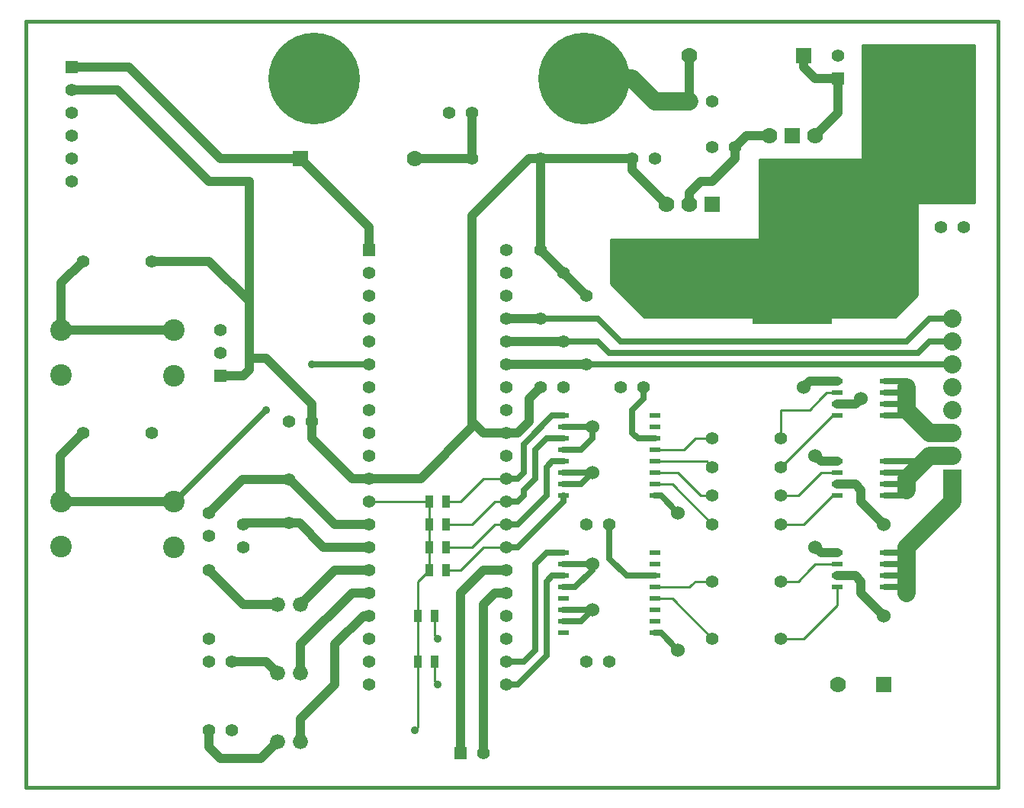
<source format=gtl>
G04 (created by PCBNEW-RS274X (2010-03-14)-final) date Sun 26 Sep 2010 04:53:47 PM PDT*
G01*
G70*
G90*
%MOIN*%
G04 Gerber Fmt 3.4, Leading zero omitted, Abs format*
%FSLAX34Y34*%
G04 APERTURE LIST*
%ADD10C,0.006000*%
%ADD11C,0.015000*%
%ADD12C,0.400000*%
%ADD13C,0.055000*%
%ADD14R,0.055000X0.055000*%
%ADD15C,0.070000*%
%ADD16R,0.070000X0.070000*%
%ADD17R,0.045000X0.020000*%
%ADD18R,0.350000X0.350000*%
%ADD19C,0.066000*%
%ADD20R,0.080000X0.080000*%
%ADD21C,0.080000*%
%ADD22R,0.035000X0.055000*%
%ADD23C,0.094500*%
%ADD24C,0.035000*%
%ADD25C,0.060000*%
%ADD26C,0.040000*%
%ADD27C,0.025000*%
%ADD28C,0.010000*%
%ADD29C,0.008000*%
%ADD30C,0.080000*%
G04 APERTURE END LIST*
G54D10*
G54D11*
X21000Y-28000D02*
X27500Y-28000D01*
X21000Y-61500D02*
X21000Y-28000D01*
X27500Y-61500D02*
X21000Y-61500D01*
X63500Y-61500D02*
X27500Y-61500D01*
X63500Y-28000D02*
X63500Y-61500D01*
X27500Y-28000D02*
X63500Y-28000D01*
X21000Y-61500D02*
X21000Y-28000D01*
G54D12*
X45400Y-30500D03*
X33600Y-30500D03*
G54D13*
X29000Y-49500D03*
X29000Y-50500D03*
X30500Y-50000D03*
X30500Y-51000D03*
X33500Y-45500D03*
X32500Y-45500D03*
X61000Y-37000D03*
X62000Y-37000D03*
X52000Y-33500D03*
X51000Y-33500D03*
X46500Y-50000D03*
X45500Y-50000D03*
X43500Y-44000D03*
X44500Y-44000D03*
X47500Y-34000D03*
X48500Y-34000D03*
X48000Y-44000D03*
X47000Y-44000D03*
X46500Y-56000D03*
X45500Y-56000D03*
G54D14*
X56500Y-30500D03*
G54D13*
X56500Y-29500D03*
G54D14*
X50000Y-31500D03*
G54D13*
X51000Y-31500D03*
G54D15*
X38000Y-34000D03*
G54D16*
X33000Y-34000D03*
G54D15*
X50000Y-29500D03*
G54D16*
X55000Y-29500D03*
G54D14*
X36000Y-38000D03*
G54D13*
X36000Y-39000D03*
X36000Y-40000D03*
X36000Y-41000D03*
X36000Y-42000D03*
X36000Y-43000D03*
X36000Y-44000D03*
X36000Y-45000D03*
X36000Y-46000D03*
X36000Y-47000D03*
X36000Y-48000D03*
X36000Y-49000D03*
X36000Y-50000D03*
X36000Y-51000D03*
X36000Y-52000D03*
X36000Y-53000D03*
X36000Y-54000D03*
X36000Y-55000D03*
X36000Y-56000D03*
X36000Y-57000D03*
X42000Y-57000D03*
X42000Y-56000D03*
X42000Y-55000D03*
X42000Y-54000D03*
X42000Y-53000D03*
X42000Y-52000D03*
X42000Y-51000D03*
X42000Y-50000D03*
X42000Y-49000D03*
X42000Y-48000D03*
X42000Y-47000D03*
X42000Y-46000D03*
X42000Y-45000D03*
X42000Y-44000D03*
X42000Y-43000D03*
X42000Y-42000D03*
X42000Y-41000D03*
X42000Y-40000D03*
X42000Y-39000D03*
X42000Y-38000D03*
X32500Y-48035D03*
X32500Y-49965D03*
X54000Y-52500D03*
X51000Y-52500D03*
X43500Y-34000D03*
X40500Y-34000D03*
X54000Y-46250D03*
X51000Y-46250D03*
X54000Y-47500D03*
X51000Y-47500D03*
X54000Y-48750D03*
X51000Y-48750D03*
X54000Y-50000D03*
X51000Y-50000D03*
X54000Y-55000D03*
X51000Y-55000D03*
G54D14*
X40000Y-60000D03*
G54D13*
X41000Y-60000D03*
G54D14*
X23000Y-30000D03*
G54D13*
X23000Y-31000D03*
X23000Y-32000D03*
X23000Y-33000D03*
X23000Y-34000D03*
X23000Y-35000D03*
G54D17*
X44500Y-45250D03*
X44500Y-45750D03*
X44500Y-46250D03*
X44500Y-46750D03*
X44500Y-47250D03*
X44500Y-47750D03*
X44500Y-48250D03*
X44500Y-48750D03*
X48500Y-48750D03*
X48500Y-48250D03*
X48500Y-47750D03*
X48500Y-47250D03*
X48500Y-46750D03*
X48500Y-46250D03*
X48500Y-45750D03*
X48500Y-45250D03*
X44500Y-51250D03*
X44500Y-51750D03*
X44500Y-52250D03*
X44500Y-52750D03*
X44500Y-53250D03*
X44500Y-53750D03*
X44500Y-54250D03*
X44500Y-54750D03*
X48500Y-54750D03*
X48500Y-54250D03*
X48500Y-53750D03*
X48500Y-53250D03*
X48500Y-52750D03*
X48500Y-52250D03*
X48500Y-51750D03*
X48500Y-51250D03*
X58550Y-43750D03*
X56450Y-43750D03*
X58550Y-44250D03*
X58550Y-44750D03*
X58550Y-45250D03*
X56450Y-44250D03*
X56450Y-44750D03*
X56450Y-45250D03*
X58550Y-47250D03*
X56450Y-47250D03*
X58550Y-47750D03*
X58550Y-48250D03*
X58550Y-48750D03*
X56450Y-47750D03*
X56450Y-48250D03*
X56450Y-48750D03*
X58550Y-51250D03*
X56450Y-51250D03*
X58550Y-51750D03*
X58550Y-52250D03*
X58550Y-52750D03*
X56450Y-51750D03*
X56450Y-52250D03*
X56450Y-52750D03*
G54D15*
X49000Y-36000D03*
X50000Y-36000D03*
G54D16*
X51000Y-36000D03*
G54D18*
X54500Y-39500D03*
G54D15*
X55500Y-33000D03*
G54D16*
X54500Y-33000D03*
G54D15*
X53500Y-33000D03*
G54D13*
X40500Y-32000D03*
X39500Y-32000D03*
G54D19*
X33000Y-56500D03*
X32000Y-56500D03*
X33000Y-53500D03*
X32000Y-53500D03*
X33000Y-59500D03*
X32000Y-59500D03*
G54D13*
X29000Y-56000D03*
X29000Y-59000D03*
X30000Y-59000D03*
X30000Y-56000D03*
X29000Y-55000D03*
X29000Y-52000D03*
G54D14*
X29500Y-43500D03*
G54D13*
X29500Y-42500D03*
X29500Y-41500D03*
G54D16*
X58500Y-57000D03*
G54D15*
X56500Y-57000D03*
G54D13*
X44500Y-42000D03*
X44500Y-39000D03*
X45500Y-43000D03*
X45500Y-40000D03*
X43500Y-41000D03*
X43500Y-38000D03*
G54D20*
X61500Y-48000D03*
G54D21*
X61500Y-47000D03*
X61500Y-46000D03*
X61500Y-45000D03*
X61500Y-44000D03*
X61500Y-43000D03*
X61500Y-42000D03*
X61500Y-41000D03*
G54D22*
X38625Y-52000D03*
X39375Y-52000D03*
X38625Y-51000D03*
X39375Y-51000D03*
X38875Y-54000D03*
X38125Y-54000D03*
X38625Y-50000D03*
X39375Y-50000D03*
X38875Y-56000D03*
X38125Y-56000D03*
X38625Y-49000D03*
X39375Y-49000D03*
G54D13*
X26500Y-46000D03*
X23500Y-46000D03*
X26500Y-38500D03*
X23500Y-38500D03*
G54D23*
X22539Y-50984D03*
X22539Y-49016D03*
X27461Y-49016D03*
X27461Y-51000D03*
X22539Y-43484D03*
X22539Y-41516D03*
X27461Y-41516D03*
X27461Y-43500D03*
G54D24*
X38000Y-59000D03*
G54D25*
X55500Y-47000D03*
X45750Y-45750D03*
X45750Y-47750D03*
X45750Y-51750D03*
X45750Y-53750D03*
X49500Y-55500D03*
X49500Y-49500D03*
X55000Y-44000D03*
X55500Y-51000D03*
G54D24*
X33500Y-43000D03*
X31500Y-45000D03*
X39000Y-55000D03*
X39000Y-57000D03*
G54D25*
X58500Y-54000D03*
X58500Y-50000D03*
X57500Y-44500D03*
G54D26*
X26500Y-38500D02*
X29000Y-38500D01*
X29000Y-38500D02*
X30750Y-40250D01*
X29500Y-35000D02*
X29000Y-35000D01*
X29000Y-35000D02*
X25000Y-31000D01*
X25000Y-31000D02*
X23000Y-31000D01*
X29500Y-35000D02*
X30750Y-35000D01*
X30750Y-39750D02*
X30750Y-35000D01*
X30750Y-42750D02*
X30750Y-40250D01*
X30750Y-40250D02*
X30750Y-39750D01*
X47500Y-34000D02*
X47500Y-34500D01*
X47500Y-34500D02*
X49000Y-36000D01*
X33500Y-45500D02*
X33500Y-44750D01*
X31500Y-42750D02*
X30750Y-42750D01*
X33500Y-44750D02*
X31500Y-42750D01*
X30500Y-43500D02*
X29500Y-43500D01*
X30750Y-42750D02*
X30750Y-43250D01*
X30750Y-43250D02*
X30500Y-43500D01*
X33500Y-45500D02*
X33500Y-46250D01*
X35250Y-48000D02*
X36000Y-48000D01*
X33500Y-46250D02*
X35250Y-48000D01*
X40500Y-45500D02*
X40500Y-45750D01*
X38250Y-48000D02*
X36000Y-48000D01*
X40500Y-45750D02*
X38250Y-48000D01*
X41000Y-46000D02*
X42000Y-46000D01*
X43500Y-34000D02*
X47500Y-34000D01*
X43000Y-34000D02*
X40500Y-36500D01*
X40500Y-36500D02*
X40500Y-45500D01*
X40500Y-45500D02*
X41000Y-46000D01*
X43500Y-34000D02*
X43000Y-34000D01*
X42500Y-46000D02*
X43000Y-45500D01*
X43000Y-45500D02*
X43000Y-44500D01*
X43000Y-44500D02*
X43500Y-44000D01*
X42000Y-46000D02*
X42500Y-46000D01*
X44500Y-39000D02*
X45500Y-40000D01*
X43500Y-34000D02*
X43500Y-38000D01*
X43500Y-38000D02*
X44500Y-39000D01*
X52000Y-33500D02*
X52000Y-34000D01*
X50000Y-35500D02*
X50000Y-36000D01*
X50500Y-35000D02*
X50000Y-35500D01*
X51000Y-35000D02*
X50500Y-35000D01*
X52000Y-34000D02*
X51000Y-35000D01*
X52500Y-33000D02*
X52000Y-33500D01*
X53500Y-33000D02*
X52500Y-33000D01*
X40000Y-53000D02*
X40000Y-60000D01*
X41000Y-52000D02*
X40000Y-53000D01*
X42000Y-52000D02*
X41000Y-52000D01*
X41000Y-60000D02*
X41000Y-53500D01*
X41500Y-53000D02*
X42000Y-53000D01*
X41000Y-53500D02*
X41500Y-53000D01*
X29500Y-34000D02*
X25500Y-30000D01*
X33000Y-34000D02*
X29500Y-34000D01*
X25500Y-30000D02*
X23000Y-30000D01*
X36000Y-37000D02*
X36000Y-38000D01*
X33000Y-34000D02*
X36000Y-37000D01*
G54D27*
X61500Y-41000D02*
X60500Y-41000D01*
X60500Y-41000D02*
X59500Y-42000D01*
X59500Y-42000D02*
X47000Y-42000D01*
X47000Y-42000D02*
X46000Y-41000D01*
X46000Y-41000D02*
X43500Y-41000D01*
G54D26*
X42000Y-41000D02*
X43500Y-41000D01*
G54D27*
X61500Y-42000D02*
X60500Y-42000D01*
X60500Y-42000D02*
X60000Y-42500D01*
X60000Y-42500D02*
X46500Y-42500D01*
X46500Y-42500D02*
X46000Y-42000D01*
X46000Y-42000D02*
X44500Y-42000D01*
G54D26*
X42000Y-42000D02*
X44500Y-42000D01*
X42000Y-43000D02*
X45500Y-43000D01*
G54D27*
X61500Y-43000D02*
X45500Y-43000D01*
G54D28*
X38125Y-56000D02*
X38125Y-58875D01*
X38125Y-58875D02*
X38000Y-59000D01*
X36000Y-49000D02*
X38625Y-49000D01*
X38625Y-49000D02*
X38625Y-50000D01*
X38625Y-50000D02*
X38625Y-51000D01*
X38625Y-51000D02*
X38625Y-52000D01*
X38625Y-52000D02*
X38125Y-52500D01*
X38125Y-52500D02*
X38125Y-54000D01*
X38125Y-54000D02*
X38125Y-56000D01*
G54D26*
X56450Y-47250D02*
X55750Y-47250D01*
X55750Y-51250D02*
X55500Y-51000D01*
X56450Y-51250D02*
X55750Y-51250D01*
X55750Y-47250D02*
X55500Y-47000D01*
X55250Y-43750D02*
X55000Y-44000D01*
G54D27*
X44500Y-54250D02*
X45250Y-54250D01*
X45250Y-54250D02*
X45750Y-53750D01*
X44500Y-47750D02*
X45750Y-47750D01*
X44500Y-45750D02*
X45750Y-45750D01*
X44500Y-46750D02*
X45250Y-46750D01*
X45750Y-46250D02*
X45750Y-45750D01*
X45250Y-46750D02*
X45750Y-46250D01*
X45250Y-48250D02*
X45750Y-47750D01*
X45250Y-48250D02*
X44500Y-48250D01*
X44500Y-52750D02*
X45000Y-52750D01*
X45750Y-51750D02*
X44500Y-51750D01*
X45750Y-52000D02*
X45750Y-51750D01*
X45000Y-52750D02*
X45750Y-52000D01*
X45750Y-53750D02*
X44500Y-53750D01*
X48500Y-54750D02*
X48750Y-54750D01*
X48750Y-54750D02*
X49500Y-55500D01*
X48500Y-48750D02*
X48750Y-48750D01*
X48750Y-48750D02*
X49500Y-49500D01*
G54D26*
X56450Y-43750D02*
X55250Y-43750D01*
X56500Y-32000D02*
X55500Y-33000D01*
X55000Y-29500D02*
X55000Y-30000D01*
X55500Y-30500D02*
X56500Y-30500D01*
X56500Y-30500D02*
X56500Y-32000D01*
X55000Y-30000D02*
X55500Y-30500D01*
X40500Y-32000D02*
X40500Y-34000D01*
X38000Y-34000D02*
X40500Y-34000D01*
G54D28*
X48500Y-46750D02*
X49750Y-46750D01*
X49750Y-46750D02*
X50250Y-46250D01*
X50250Y-46250D02*
X51000Y-46250D01*
G54D29*
X50250Y-46250D02*
X51000Y-46250D01*
X49750Y-46750D02*
X50250Y-46250D01*
G54D28*
X56000Y-44250D02*
X56450Y-44250D01*
G54D29*
X56450Y-44250D02*
X56000Y-44250D01*
X56000Y-44250D02*
X55250Y-45000D01*
G54D28*
X54000Y-45000D02*
X55250Y-45000D01*
X55250Y-45000D02*
X56000Y-44250D01*
X54000Y-46250D02*
X54000Y-45000D01*
X48500Y-47250D02*
X50750Y-47250D01*
X50750Y-47250D02*
X51000Y-47500D01*
G54D29*
X50750Y-47250D02*
X51000Y-47500D01*
G54D28*
X48500Y-47750D02*
X49500Y-47750D01*
X49500Y-47750D02*
X50500Y-48750D01*
X50500Y-48750D02*
X51000Y-48750D01*
G54D29*
X49500Y-47750D02*
X50500Y-48750D01*
X50500Y-48750D02*
X51000Y-48750D01*
G54D28*
X48500Y-48250D02*
X49250Y-48250D01*
X49250Y-48250D02*
X51000Y-50000D01*
G54D29*
X49250Y-48250D02*
X51000Y-50000D01*
G54D28*
X56450Y-48750D02*
X56250Y-48750D01*
X56250Y-48750D02*
X55000Y-50000D01*
X55000Y-50000D02*
X54000Y-50000D01*
G54D29*
X55000Y-50000D02*
X54000Y-50000D01*
X56250Y-48750D02*
X55000Y-50000D01*
G54D28*
X51000Y-52500D02*
X50250Y-52500D01*
X50250Y-52500D02*
X50000Y-52750D01*
X50000Y-52750D02*
X48500Y-52750D01*
G54D29*
X50000Y-52750D02*
X50250Y-52500D01*
X48500Y-52750D02*
X50000Y-52750D01*
G54D28*
X48500Y-53250D02*
X49250Y-53250D01*
X49250Y-53250D02*
X51000Y-55000D01*
G54D29*
X49250Y-53250D02*
X51000Y-55000D01*
G54D28*
X54000Y-55000D02*
X55000Y-55000D01*
X55000Y-55000D02*
X56450Y-53550D01*
X56450Y-53550D02*
X56450Y-52750D01*
G54D29*
X56450Y-52750D02*
X56450Y-53550D01*
X56450Y-53550D02*
X55000Y-55000D01*
G54D27*
X27461Y-49016D02*
X27484Y-49016D01*
X33500Y-43000D02*
X36000Y-43000D01*
X27484Y-49016D02*
X31500Y-45000D01*
G54D26*
X27461Y-49016D02*
X22539Y-49016D01*
X22539Y-49016D02*
X22500Y-48977D01*
X22500Y-48977D02*
X22500Y-47000D01*
X22500Y-47000D02*
X23500Y-46000D01*
X32500Y-48035D02*
X30465Y-48035D01*
X30465Y-48035D02*
X29000Y-49500D01*
X32535Y-48035D02*
X34500Y-50000D01*
X34500Y-50000D02*
X36000Y-50000D01*
X32500Y-48035D02*
X32535Y-48035D01*
G54D28*
X42000Y-50000D02*
X41500Y-50000D01*
X40500Y-51000D02*
X39375Y-51000D01*
X41500Y-50000D02*
X40500Y-51000D01*
G54D27*
X43750Y-47500D02*
X43750Y-48750D01*
X42500Y-50000D02*
X42000Y-50000D01*
X43750Y-48750D02*
X42500Y-50000D01*
X44500Y-47250D02*
X44000Y-47250D01*
X44000Y-47250D02*
X43750Y-47500D01*
G54D26*
X35250Y-53000D02*
X36000Y-53000D01*
X33000Y-56500D02*
X33000Y-55250D01*
X33000Y-55250D02*
X35250Y-53000D01*
X32500Y-49965D02*
X30535Y-49965D01*
X30535Y-49965D02*
X30500Y-50000D01*
X32965Y-49965D02*
X34000Y-51000D01*
X34000Y-51000D02*
X36000Y-51000D01*
X32500Y-49965D02*
X32965Y-49965D01*
G54D28*
X39375Y-49000D02*
X40000Y-49000D01*
X41000Y-48000D02*
X42000Y-48000D01*
X40000Y-49000D02*
X41000Y-48000D01*
G54D27*
X44500Y-45250D02*
X44000Y-45250D01*
X42750Y-47750D02*
X42500Y-48000D01*
X42750Y-46500D02*
X42750Y-47750D01*
X44000Y-45250D02*
X42750Y-46500D01*
X42500Y-48000D02*
X42000Y-48000D01*
G54D28*
X54000Y-47500D02*
X56250Y-45250D01*
X56250Y-45250D02*
X56450Y-45250D01*
G54D29*
X56250Y-45250D02*
X56450Y-45250D01*
G54D30*
X59500Y-51500D02*
X59500Y-51000D01*
X61500Y-49000D02*
X61500Y-48000D01*
X59500Y-51000D02*
X61500Y-49000D01*
G54D27*
X58550Y-52750D02*
X59500Y-52750D01*
X58550Y-51750D02*
X59500Y-51750D01*
G54D30*
X59500Y-51500D02*
X59500Y-52000D01*
G54D27*
X58550Y-52250D02*
X59250Y-52250D01*
G54D30*
X59500Y-53000D02*
X59500Y-52000D01*
G54D27*
X59750Y-51250D02*
X59500Y-51500D01*
X58550Y-51250D02*
X59750Y-51250D01*
X59250Y-52250D02*
X59500Y-52000D01*
X59500Y-51750D02*
X59500Y-52000D01*
X59500Y-52750D02*
X59500Y-53000D01*
X58550Y-44750D02*
X59500Y-44750D01*
X59500Y-44750D02*
X59500Y-45000D01*
X58550Y-44250D02*
X59500Y-44250D01*
X58550Y-45250D02*
X59250Y-45250D01*
X59500Y-44250D02*
X59500Y-44000D01*
X58550Y-43750D02*
X59500Y-43750D01*
X59500Y-43750D02*
X59500Y-44000D01*
G54D30*
X59500Y-45000D02*
X59500Y-44000D01*
G54D27*
X59250Y-45250D02*
X59500Y-45000D01*
G54D30*
X61500Y-46000D02*
X60500Y-46000D01*
X60500Y-46000D02*
X59500Y-45000D01*
G54D26*
X34500Y-52000D02*
X36000Y-52000D01*
X33000Y-53500D02*
X34500Y-52000D01*
G54D27*
X58550Y-47250D02*
X60250Y-47250D01*
X60250Y-47250D02*
X60000Y-47500D01*
X58550Y-48750D02*
X59250Y-48750D01*
X59500Y-48250D02*
X59500Y-48500D01*
X58550Y-47750D02*
X59500Y-47750D01*
X58550Y-48250D02*
X59500Y-48250D01*
X59250Y-48750D02*
X59500Y-48500D01*
X59500Y-47750D02*
X59500Y-48000D01*
G54D30*
X59500Y-48000D02*
X59500Y-48500D01*
X61500Y-47000D02*
X60500Y-47000D01*
X60500Y-47000D02*
X60000Y-47500D01*
X60000Y-47500D02*
X59500Y-48000D01*
G54D28*
X54000Y-52500D02*
X54750Y-52500D01*
X54750Y-52500D02*
X55500Y-51750D01*
X55500Y-51750D02*
X56450Y-51750D01*
X54750Y-52500D02*
X55500Y-51750D01*
X55500Y-51750D02*
X56450Y-51750D01*
G54D29*
X56450Y-51750D02*
X55500Y-51750D01*
X55500Y-51750D02*
X54750Y-52500D01*
G54D28*
X54000Y-48750D02*
X54750Y-48750D01*
X54750Y-48750D02*
X55750Y-47750D01*
X55750Y-47750D02*
X56450Y-47750D01*
G54D29*
X55750Y-47750D02*
X54750Y-48750D01*
X56450Y-47750D02*
X55750Y-47750D01*
G54D26*
X31250Y-60250D02*
X32000Y-59500D01*
X29000Y-59000D02*
X29000Y-59750D01*
X29000Y-59750D02*
X29500Y-60250D01*
X29500Y-60250D02*
X31250Y-60250D01*
X35750Y-54000D02*
X36000Y-54000D01*
X33000Y-59500D02*
X33000Y-58500D01*
X33000Y-58500D02*
X34500Y-57000D01*
X34500Y-55250D02*
X35750Y-54000D01*
X34500Y-57000D02*
X34500Y-55250D01*
X30000Y-56000D02*
X31500Y-56000D01*
X31500Y-56000D02*
X32000Y-56500D01*
X30500Y-53500D02*
X29000Y-52000D01*
X32000Y-53500D02*
X30500Y-53500D01*
X22539Y-41516D02*
X27461Y-41516D01*
X22539Y-41516D02*
X22539Y-39461D01*
X22539Y-39461D02*
X23500Y-38500D01*
G54D28*
X39375Y-52000D02*
X40000Y-52000D01*
X41000Y-51000D02*
X42000Y-51000D01*
X40000Y-52000D02*
X41000Y-51000D01*
G54D27*
X42500Y-51000D02*
X42000Y-51000D01*
X44500Y-49000D02*
X42500Y-51000D01*
X44500Y-48750D02*
X44500Y-49000D01*
G54D28*
X42000Y-49000D02*
X41500Y-49000D01*
X40500Y-50000D02*
X39375Y-50000D01*
X41500Y-49000D02*
X40500Y-50000D01*
G54D27*
X42750Y-48750D02*
X42500Y-49000D01*
X42500Y-49000D02*
X42000Y-49000D01*
X44500Y-46250D02*
X43750Y-46250D01*
X43250Y-46750D02*
X43250Y-48000D01*
X43750Y-46250D02*
X43250Y-46750D01*
X42750Y-48500D02*
X42750Y-48750D01*
X43250Y-48000D02*
X42750Y-48500D01*
G54D28*
X38875Y-54875D02*
X38875Y-54000D01*
X39000Y-55000D02*
X38875Y-54875D01*
G54D27*
X44500Y-51250D02*
X43750Y-51250D01*
X43750Y-51250D02*
X43250Y-51750D01*
X43250Y-51750D02*
X43250Y-55500D01*
X42750Y-56000D02*
X42000Y-56000D01*
X43250Y-55500D02*
X42750Y-56000D01*
G54D28*
X38875Y-56875D02*
X38875Y-56000D01*
X39000Y-57000D02*
X38875Y-56875D01*
G54D27*
X43750Y-55750D02*
X42500Y-57000D01*
X43750Y-52500D02*
X43750Y-55750D01*
X44000Y-52250D02*
X43750Y-52500D01*
X42500Y-57000D02*
X42000Y-57000D01*
X44500Y-52250D02*
X44000Y-52250D01*
X48500Y-52250D02*
X47250Y-52250D01*
X46500Y-51500D02*
X46500Y-50000D01*
X47250Y-52250D02*
X46500Y-51500D01*
X48500Y-46250D02*
X47750Y-46250D01*
X48000Y-44500D02*
X47500Y-45000D01*
X47500Y-45000D02*
X47500Y-46000D01*
X48000Y-44500D02*
X48000Y-44000D01*
X47750Y-46250D02*
X47500Y-46000D01*
G54D26*
X56450Y-52250D02*
X57250Y-52250D01*
X57500Y-53000D02*
X58500Y-54000D01*
X57500Y-52500D02*
X57500Y-53000D01*
X57250Y-52250D02*
X57500Y-52500D01*
X56450Y-48250D02*
X57250Y-48250D01*
X57500Y-49000D02*
X58500Y-50000D01*
X57500Y-48500D02*
X57500Y-49000D01*
X57250Y-48250D02*
X57500Y-48500D01*
X56450Y-44750D02*
X57250Y-44750D01*
X57250Y-44750D02*
X57500Y-44500D01*
X50000Y-31500D02*
X50000Y-29500D01*
G54D30*
X45400Y-30500D02*
X47500Y-30500D01*
X48500Y-31500D02*
X50000Y-31500D01*
X47500Y-30500D02*
X48500Y-31500D01*
G54D28*
X57550Y-29050D02*
X62450Y-29050D01*
X57550Y-29130D02*
X62450Y-29130D01*
X57550Y-29210D02*
X62450Y-29210D01*
X57550Y-29290D02*
X62450Y-29290D01*
X57550Y-29370D02*
X62450Y-29370D01*
X57550Y-29450D02*
X62450Y-29450D01*
X57550Y-29530D02*
X62450Y-29530D01*
X57550Y-29610D02*
X62450Y-29610D01*
X57550Y-29690D02*
X62450Y-29690D01*
X57550Y-29770D02*
X62450Y-29770D01*
X57550Y-29850D02*
X62450Y-29850D01*
X57550Y-29930D02*
X62450Y-29930D01*
X57550Y-30010D02*
X62450Y-30010D01*
X57550Y-30090D02*
X62450Y-30090D01*
X57550Y-30170D02*
X62450Y-30170D01*
X57550Y-30250D02*
X62450Y-30250D01*
X57550Y-30330D02*
X62450Y-30330D01*
X57550Y-30410D02*
X62450Y-30410D01*
X57550Y-30490D02*
X62450Y-30490D01*
X57550Y-30570D02*
X62450Y-30570D01*
X57550Y-30650D02*
X62450Y-30650D01*
X57550Y-30730D02*
X62450Y-30730D01*
X57550Y-30810D02*
X62450Y-30810D01*
X57550Y-30890D02*
X62450Y-30890D01*
X57550Y-30970D02*
X62450Y-30970D01*
X57550Y-31050D02*
X62450Y-31050D01*
X57550Y-31130D02*
X62450Y-31130D01*
X57550Y-31210D02*
X62450Y-31210D01*
X57550Y-31290D02*
X62450Y-31290D01*
X57550Y-31370D02*
X62450Y-31370D01*
X57550Y-31450D02*
X62450Y-31450D01*
X57550Y-31530D02*
X62450Y-31530D01*
X57550Y-31610D02*
X62450Y-31610D01*
X57550Y-31690D02*
X62450Y-31690D01*
X57550Y-31770D02*
X62450Y-31770D01*
X57550Y-31850D02*
X62450Y-31850D01*
X57550Y-31930D02*
X62450Y-31930D01*
X57550Y-32010D02*
X62450Y-32010D01*
X57550Y-32090D02*
X62450Y-32090D01*
X57550Y-32170D02*
X62450Y-32170D01*
X57550Y-32250D02*
X62450Y-32250D01*
X57550Y-32330D02*
X62450Y-32330D01*
X57550Y-32410D02*
X62450Y-32410D01*
X57550Y-32490D02*
X62450Y-32490D01*
X57550Y-32570D02*
X62450Y-32570D01*
X57550Y-32650D02*
X62450Y-32650D01*
X57550Y-32730D02*
X62450Y-32730D01*
X57550Y-32810D02*
X62450Y-32810D01*
X57550Y-32890D02*
X62450Y-32890D01*
X57550Y-32970D02*
X62450Y-32970D01*
X57550Y-33050D02*
X62450Y-33050D01*
X57550Y-33130D02*
X62450Y-33130D01*
X57550Y-33210D02*
X62450Y-33210D01*
X57550Y-33290D02*
X62450Y-33290D01*
X57550Y-33370D02*
X62450Y-33370D01*
X57550Y-33450D02*
X62450Y-33450D01*
X57550Y-33530D02*
X62450Y-33530D01*
X57550Y-33610D02*
X62450Y-33610D01*
X57550Y-33690D02*
X62450Y-33690D01*
X57550Y-33770D02*
X62450Y-33770D01*
X57550Y-33850D02*
X62450Y-33850D01*
X57550Y-33930D02*
X62450Y-33930D01*
X57550Y-34010D02*
X62450Y-34010D01*
X53050Y-34090D02*
X62450Y-34090D01*
X53050Y-34170D02*
X62450Y-34170D01*
X53050Y-34250D02*
X62450Y-34250D01*
X53050Y-34330D02*
X62450Y-34330D01*
X53050Y-34410D02*
X62450Y-34410D01*
X53050Y-34490D02*
X62450Y-34490D01*
X53050Y-34570D02*
X62450Y-34570D01*
X53050Y-34650D02*
X62450Y-34650D01*
X53050Y-34730D02*
X62450Y-34730D01*
X53050Y-34810D02*
X62450Y-34810D01*
X53050Y-34890D02*
X62450Y-34890D01*
X53050Y-34970D02*
X62450Y-34970D01*
X53050Y-35050D02*
X62450Y-35050D01*
X53050Y-35130D02*
X62450Y-35130D01*
X53050Y-35210D02*
X62450Y-35210D01*
X53050Y-35290D02*
X62450Y-35290D01*
X53050Y-35370D02*
X62450Y-35370D01*
X53050Y-35450D02*
X62450Y-35450D01*
X53050Y-35530D02*
X62450Y-35530D01*
X53050Y-35610D02*
X62450Y-35610D01*
X53050Y-35690D02*
X62450Y-35690D01*
X53050Y-35770D02*
X62450Y-35770D01*
X53050Y-35850D02*
X62450Y-35850D01*
X53050Y-35930D02*
X62450Y-35930D01*
X53050Y-36010D02*
X59950Y-36010D01*
X53050Y-36090D02*
X59950Y-36090D01*
X53050Y-36170D02*
X59950Y-36170D01*
X53050Y-36250D02*
X59950Y-36250D01*
X53050Y-36330D02*
X59950Y-36330D01*
X53050Y-36410D02*
X59950Y-36410D01*
X53050Y-36490D02*
X59950Y-36490D01*
X53050Y-36570D02*
X59950Y-36570D01*
X53050Y-36650D02*
X59950Y-36650D01*
X53050Y-36730D02*
X59950Y-36730D01*
X53050Y-36810D02*
X59950Y-36810D01*
X53050Y-36890D02*
X59950Y-36890D01*
X53050Y-36970D02*
X59950Y-36970D01*
X53050Y-37050D02*
X59950Y-37050D01*
X53050Y-37130D02*
X59950Y-37130D01*
X53050Y-37210D02*
X59950Y-37210D01*
X53050Y-37290D02*
X59950Y-37290D01*
X53050Y-37370D02*
X59950Y-37370D01*
X53050Y-37450D02*
X59950Y-37450D01*
X53050Y-37530D02*
X59950Y-37530D01*
X46550Y-37610D02*
X59950Y-37610D01*
X46550Y-37690D02*
X59950Y-37690D01*
X46550Y-37770D02*
X59950Y-37770D01*
X46550Y-37850D02*
X59950Y-37850D01*
X46550Y-37930D02*
X59950Y-37930D01*
X46550Y-38010D02*
X59950Y-38010D01*
X46550Y-38090D02*
X59950Y-38090D01*
X46550Y-38170D02*
X59950Y-38170D01*
X46550Y-38250D02*
X59950Y-38250D01*
X46550Y-38330D02*
X59950Y-38330D01*
X46550Y-38410D02*
X59950Y-38410D01*
X46550Y-38490D02*
X59950Y-38490D01*
X46550Y-38570D02*
X59950Y-38570D01*
X46550Y-38650D02*
X59950Y-38650D01*
X46550Y-38730D02*
X59950Y-38730D01*
X46550Y-38810D02*
X59950Y-38810D01*
X46550Y-38890D02*
X59950Y-38890D01*
X46550Y-38970D02*
X59950Y-38970D01*
X46550Y-39050D02*
X59950Y-39050D01*
X46550Y-39130D02*
X59950Y-39130D01*
X46550Y-39210D02*
X59950Y-39210D01*
X46550Y-39290D02*
X59950Y-39290D01*
X46550Y-39370D02*
X59950Y-39370D01*
X46550Y-39450D02*
X59950Y-39450D01*
X46601Y-39530D02*
X59950Y-39530D01*
X46681Y-39610D02*
X59950Y-39610D01*
X46761Y-39690D02*
X59950Y-39690D01*
X46841Y-39770D02*
X59950Y-39770D01*
X46921Y-39850D02*
X59950Y-39850D01*
X47001Y-39930D02*
X59950Y-39930D01*
X47081Y-40010D02*
X59919Y-40010D01*
X47161Y-40090D02*
X59839Y-40090D01*
X47241Y-40170D02*
X59759Y-40170D01*
X47321Y-40250D02*
X59679Y-40250D01*
X47401Y-40330D02*
X59599Y-40330D01*
X47481Y-40410D02*
X59519Y-40410D01*
X47561Y-40490D02*
X59439Y-40490D01*
X47641Y-40570D02*
X59359Y-40570D01*
X47721Y-40650D02*
X59279Y-40650D01*
X47801Y-40730D02*
X59199Y-40730D01*
X47881Y-40810D02*
X59119Y-40810D01*
X47961Y-40890D02*
X59039Y-40890D01*
X58979Y-40950D02*
X59950Y-39979D01*
X59950Y-35950D01*
X62450Y-35950D01*
X62450Y-29050D01*
X57550Y-29050D01*
X57550Y-34050D01*
X53050Y-34050D01*
X53050Y-37550D01*
X46550Y-37550D01*
X46550Y-39479D01*
X48020Y-40950D01*
X58979Y-40950D01*
M02*

</source>
